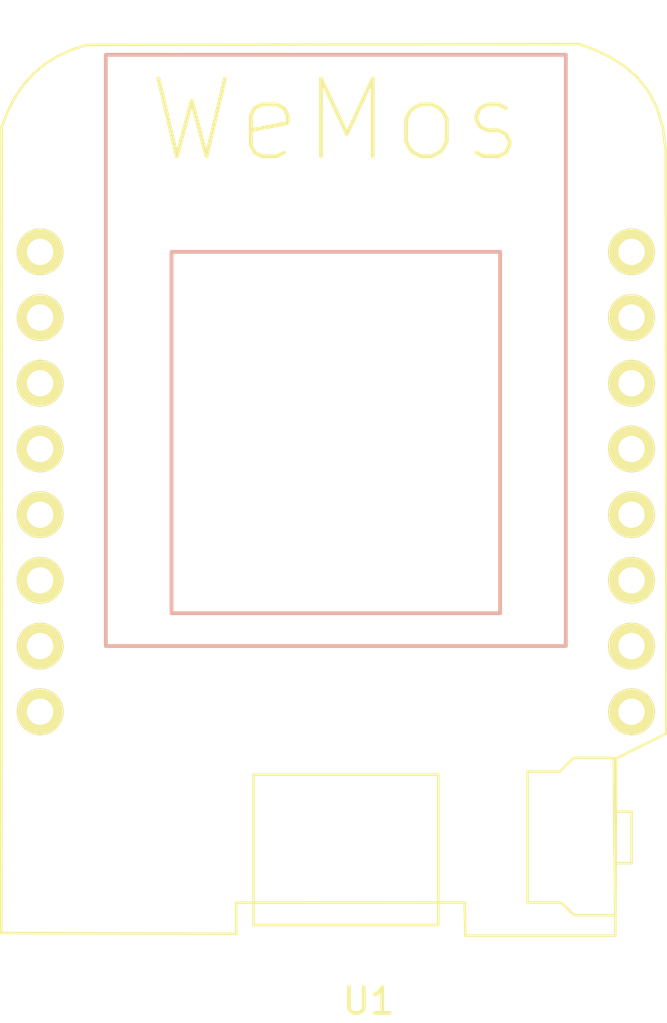
<source format=kicad_pcb>
(kicad_pcb (version 20171130) (host pcbnew "(5.0.0)")

  (general
    (thickness 1.6)
    (drawings 0)
    (tracks 0)
    (zones 0)
    (modules 1)
    (nets 17)
  )

  (page A4)
  (layers
    (0 F.Cu signal)
    (31 B.Cu signal)
    (32 B.Adhes user)
    (33 F.Adhes user)
    (34 B.Paste user)
    (35 F.Paste user)
    (36 B.SilkS user)
    (37 F.SilkS user)
    (38 B.Mask user)
    (39 F.Mask user)
    (40 Dwgs.User user)
    (41 Cmts.User user)
    (42 Eco1.User user)
    (43 Eco2.User user)
    (44 Edge.Cuts user)
    (45 Margin user)
    (46 B.CrtYd user)
    (47 F.CrtYd user)
    (48 B.Fab user)
    (49 F.Fab user)
  )

  (setup
    (last_trace_width 0.25)
    (trace_clearance 0.2)
    (zone_clearance 0.508)
    (zone_45_only no)
    (trace_min 0.2)
    (segment_width 0.2)
    (edge_width 0.15)
    (via_size 0.8)
    (via_drill 0.4)
    (via_min_size 0.4)
    (via_min_drill 0.3)
    (uvia_size 0.3)
    (uvia_drill 0.1)
    (uvias_allowed no)
    (uvia_min_size 0.2)
    (uvia_min_drill 0.1)
    (pcb_text_width 0.3)
    (pcb_text_size 1.5 1.5)
    (mod_edge_width 0.15)
    (mod_text_size 1 1)
    (mod_text_width 0.15)
    (pad_size 1.524 1.524)
    (pad_drill 0.762)
    (pad_to_mask_clearance 0.2)
    (aux_axis_origin 0 0)
    (visible_elements 7FFFFFFF)
    (pcbplotparams
      (layerselection 0x010fc_ffffffff)
      (usegerberextensions false)
      (usegerberattributes false)
      (usegerberadvancedattributes false)
      (creategerberjobfile false)
      (excludeedgelayer true)
      (linewidth 0.100000)
      (plotframeref false)
      (viasonmask false)
      (mode 1)
      (useauxorigin false)
      (hpglpennumber 1)
      (hpglpenspeed 20)
      (hpglpendiameter 15.000000)
      (psnegative false)
      (psa4output false)
      (plotreference true)
      (plotvalue true)
      (plotinvisibletext false)
      (padsonsilk false)
      (subtractmaskfromsilk false)
      (outputformat 1)
      (mirror false)
      (drillshape 1)
      (scaleselection 1)
      (outputdirectory ""))
  )

  (net 0 "")
  (net 1 "Net-(U1-Pad8)")
  (net 2 "Net-(U1-Pad7)")
  (net 3 "Net-(U1-Pad6)")
  (net 4 "Net-(U1-Pad5)")
  (net 5 "Net-(U1-Pad4)")
  (net 6 "Net-(U1-Pad3)")
  (net 7 "Net-(U1-Pad2)")
  (net 8 "Net-(U1-Pad1)")
  (net 9 "Net-(U1-Pad16)")
  (net 10 "Net-(U1-Pad15)")
  (net 11 "Net-(U1-Pad14)")
  (net 12 "Net-(U1-Pad13)")
  (net 13 "Net-(U1-Pad12)")
  (net 14 "Net-(U1-Pad11)")
  (net 15 "Net-(U1-Pad10)")
  (net 16 "Net-(U1-Pad9)")

  (net_class Default "This is the default net class."
    (clearance 0.2)
    (trace_width 0.25)
    (via_dia 0.8)
    (via_drill 0.4)
    (uvia_dia 0.3)
    (uvia_drill 0.1)
    (add_net "Net-(U1-Pad1)")
    (add_net "Net-(U1-Pad10)")
    (add_net "Net-(U1-Pad11)")
    (add_net "Net-(U1-Pad12)")
    (add_net "Net-(U1-Pad13)")
    (add_net "Net-(U1-Pad14)")
    (add_net "Net-(U1-Pad15)")
    (add_net "Net-(U1-Pad16)")
    (add_net "Net-(U1-Pad2)")
    (add_net "Net-(U1-Pad3)")
    (add_net "Net-(U1-Pad4)")
    (add_net "Net-(U1-Pad5)")
    (add_net "Net-(U1-Pad6)")
    (add_net "Net-(U1-Pad7)")
    (add_net "Net-(U1-Pad8)")
    (add_net "Net-(U1-Pad9)")
  )

  (module My_Component_Footprints:Wemos_D1_mini_board (layer F.Cu) (tedit 5766F65E) (tstamp 5B763ABB)
    (at 141.859 92.71)
    (path /5B69767D)
    (fp_text reference U1 (at 1.27 18.81) (layer F.SilkS)
      (effects (font (size 1 1) (thickness 0.15)))
    )
    (fp_text value wemos_mini_wide (at 1.27 -19.05) (layer F.Fab)
      (effects (font (size 1 1) (thickness 0.15)))
    )
    (fp_line (start 11.431517 13.476932) (end 10.814156 13.476932) (layer F.SilkS) (width 0.1))
    (fp_line (start 11.431517 11.483738) (end 11.431517 13.476932) (layer F.SilkS) (width 0.1))
    (fp_line (start 10.778878 11.483738) (end 11.431517 11.483738) (layer F.SilkS) (width 0.1))
    (fp_line (start 10.796517 15.487765) (end 10.7436 9.402349) (layer F.SilkS) (width 0.1))
    (fp_line (start 9.226656 15.487765) (end 10.796517 15.487765) (layer F.SilkS) (width 0.1))
    (fp_line (start 8.697489 14.993876) (end 9.226656 15.487765) (layer F.SilkS) (width 0.1))
    (fp_line (start 7.40985 14.993876) (end 8.697489 14.993876) (layer F.SilkS) (width 0.1))
    (fp_line (start 7.40985 9.931515) (end 7.40985 14.993876) (layer F.SilkS) (width 0.1))
    (fp_line (start 8.662211 9.931515) (end 7.40985 9.931515) (layer F.SilkS) (width 0.1))
    (fp_line (start 9.191378 9.402349) (end 8.662211 9.931515) (layer F.SilkS) (width 0.1))
    (fp_line (start 10.7436 9.402349) (end 9.191378 9.402349) (layer F.SilkS) (width 0.1))
    (fp_line (start -3.17965 15.865188) (end -3.17965 10.051451) (layer F.SilkS) (width 0.1))
    (fp_line (start 3.959931 15.865188) (end -3.17965 15.865188) (layer F.SilkS) (width 0.1))
    (fp_line (start 3.959931 10.051451) (end 3.959931 15.865188) (layer F.SilkS) (width 0.1))
    (fp_line (start -3.17965 10.051451) (end 3.959931 10.051451) (layer F.SilkS) (width 0.1))
    (fp_line (start 10.83248 9.424181) (end 10.802686 16.232524) (layer F.SilkS) (width 0.1))
    (fp_line (start 12.776026 8.463285) (end 10.83248 9.424181) (layer F.SilkS) (width 0.1))
    (fp_line (start 12.751078 -14.091807) (end 12.776026 8.463285) (layer F.SilkS) (width 0.1))
    (fp_line (start 12.635482 -14.984575) (end 12.751078 -14.091807) (layer F.SilkS) (width 0.1))
    (fp_line (start 12.407122 -15.739613) (end 12.635482 -14.984575) (layer F.SilkS) (width 0.1))
    (fp_line (start 12.079595 -16.37146) (end 12.407122 -15.739613) (layer F.SilkS) (width 0.1))
    (fp_line (start 11.666503 -16.894658) (end 12.079595 -16.37146) (layer F.SilkS) (width 0.1))
    (fp_line (start 11.181445 -17.323743) (end 11.666503 -16.894658) (layer F.SilkS) (width 0.1))
    (fp_line (start 10.638018 -17.673258) (end 11.181445 -17.323743) (layer F.SilkS) (width 0.1))
    (fp_line (start 10.049824 -17.957741) (end 10.638018 -17.673258) (layer F.SilkS) (width 0.1))
    (fp_line (start 9.43046 -18.191734) (end 10.049824 -17.957741) (layer F.SilkS) (width 0.1))
    (fp_line (start -9.607453 -18.162976) (end 9.43046 -18.191734) (layer F.SilkS) (width 0.1))
    (fp_line (start -10.20525 -17.97731) (end -9.607453 -18.162976) (layer F.SilkS) (width 0.1))
    (fp_line (start -10.74944 -17.730377) (end -10.20525 -17.97731) (layer F.SilkS) (width 0.1))
    (fp_line (start -11.240512 -17.422741) (end -10.74944 -17.730377) (layer F.SilkS) (width 0.1))
    (fp_line (start -11.678953 -17.054952) (end -11.240512 -17.422741) (layer F.SilkS) (width 0.1))
    (fp_line (start -12.065253 -16.627577) (end -11.678953 -17.054952) (layer F.SilkS) (width 0.1))
    (fp_line (start -12.399901 -16.141167) (end -12.065253 -16.627577) (layer F.SilkS) (width 0.1))
    (fp_line (start -12.683384 -15.596286) (end -12.399901 -16.141167) (layer F.SilkS) (width 0.1))
    (fp_line (start -12.916195 -14.993493) (end -12.683384 -15.596286) (layer F.SilkS) (width 0.1))
    (fp_line (start -12.930193 16.176658) (end -12.916195 -14.993493) (layer F.SilkS) (width 0.1))
    (fp_line (start -3.849397 16.202736) (end -12.930193 16.176658) (layer F.SilkS) (width 0.1))
    (fp_line (start -3.851373 15.000483) (end -3.849397 16.202736) (layer F.SilkS) (width 0.1))
    (fp_line (start 4.979849 14.993795) (end -3.851373 15.000483) (layer F.SilkS) (width 0.1))
    (fp_line (start 5.00618 16.277228) (end 4.979849 14.993795) (layer F.SilkS) (width 0.1))
    (fp_line (start 10.817472 16.277228) (end 5.00618 16.277228) (layer F.SilkS) (width 0.1))
    (fp_line (start -8.89 -17.78) (end -8.89 5.08) (layer B.SilkS) (width 0.15))
    (fp_line (start 8.89 -17.78) (end -8.89 -17.78) (layer B.SilkS) (width 0.15))
    (fp_line (start 8.89 5.08) (end 8.89 -17.78) (layer B.SilkS) (width 0.15))
    (fp_line (start -8.89 5.08) (end 8.89 5.08) (layer B.SilkS) (width 0.15))
    (fp_line (start 6.35 3.81) (end -6.35 3.81) (layer B.SilkS) (width 0.15))
    (fp_line (start 6.35 -10.16) (end 6.35 3.81) (layer B.SilkS) (width 0.15))
    (fp_line (start -6.35 -10.16) (end 6.35 -10.16) (layer B.SilkS) (width 0.15))
    (fp_line (start -6.35 3.81) (end -6.35 -10.16) (layer B.SilkS) (width 0.15))
    (fp_text user WeMos (at 0 -15.24) (layer F.SilkS)
      (effects (font (size 3 3) (thickness 0.15)))
    )
    (pad 9 thru_hole circle (at 11.43 -10.16) (size 1.8 1.8) (drill 1.016) (layers *.Cu *.Mask F.SilkS)
      (net 16 "Net-(U1-Pad9)"))
    (pad 10 thru_hole circle (at 11.43 -7.62) (size 1.8 1.8) (drill 1.016) (layers *.Cu *.Mask F.SilkS)
      (net 15 "Net-(U1-Pad10)"))
    (pad 11 thru_hole circle (at 11.43 -5.08) (size 1.8 1.8) (drill 1.016) (layers *.Cu *.Mask F.SilkS)
      (net 14 "Net-(U1-Pad11)"))
    (pad 12 thru_hole circle (at 11.43 -2.54) (size 1.8 1.8) (drill 1.016) (layers *.Cu *.Mask F.SilkS)
      (net 13 "Net-(U1-Pad12)"))
    (pad 13 thru_hole circle (at 11.43 0) (size 1.8 1.8) (drill 1.016) (layers *.Cu *.Mask F.SilkS)
      (net 12 "Net-(U1-Pad13)"))
    (pad 14 thru_hole circle (at 11.43 2.54) (size 1.8 1.8) (drill 1.016) (layers *.Cu *.Mask F.SilkS)
      (net 11 "Net-(U1-Pad14)"))
    (pad 15 thru_hole circle (at 11.43 5.08) (size 1.8 1.8) (drill 1.016) (layers *.Cu *.Mask F.SilkS)
      (net 10 "Net-(U1-Pad15)"))
    (pad 16 thru_hole circle (at 11.43 7.62) (size 1.8 1.8) (drill 1.016) (layers *.Cu *.Mask F.SilkS)
      (net 9 "Net-(U1-Pad16)"))
    (pad 1 thru_hole circle (at -11.43 7.62) (size 1.8 1.8) (drill 1.016) (layers *.Cu *.Mask F.SilkS)
      (net 8 "Net-(U1-Pad1)"))
    (pad 2 thru_hole circle (at -11.43 5.08) (size 1.8 1.8) (drill 1.016) (layers *.Cu *.Mask F.SilkS)
      (net 7 "Net-(U1-Pad2)"))
    (pad 3 thru_hole circle (at -11.43 2.54) (size 1.8 1.8) (drill 1.016) (layers *.Cu *.Mask F.SilkS)
      (net 6 "Net-(U1-Pad3)"))
    (pad 4 thru_hole circle (at -11.43 0) (size 1.8 1.8) (drill 1.016) (layers *.Cu *.Mask F.SilkS)
      (net 5 "Net-(U1-Pad4)"))
    (pad 5 thru_hole circle (at -11.43 -2.54) (size 1.8 1.8) (drill 1.016) (layers *.Cu *.Mask F.SilkS)
      (net 4 "Net-(U1-Pad5)"))
    (pad 6 thru_hole circle (at -11.43 -5.08) (size 1.8 1.8) (drill 1.016) (layers *.Cu *.Mask F.SilkS)
      (net 3 "Net-(U1-Pad6)"))
    (pad 7 thru_hole circle (at -11.43 -7.62) (size 1.8 1.8) (drill 1.016) (layers *.Cu *.Mask F.SilkS)
      (net 2 "Net-(U1-Pad7)"))
    (pad 8 thru_hole circle (at -11.43 -10.16) (size 1.8 1.8) (drill 1.016) (layers *.Cu *.Mask F.SilkS)
      (net 1 "Net-(U1-Pad8)"))
  )

)

</source>
